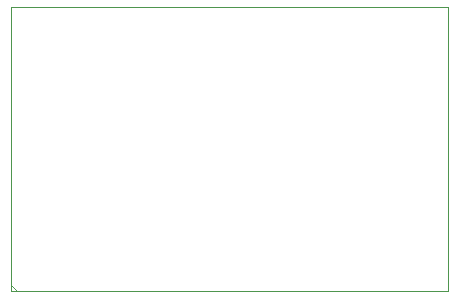
<source format=gko>
G04*
G04 #@! TF.GenerationSoftware,Altium Limited,Altium Designer,24.3.1 (35)*
G04*
G04 Layer_Color=16711935*
%FSLAX44Y44*%
%MOMM*%
G71*
G04*
G04 #@! TF.SameCoordinates,254911FF-814D-4673-B187-D90DD251410E*
G04*
G04*
G04 #@! TF.FilePolarity,Positive*
G04*
G01*
G75*
%ADD45C,0.0500*%
D45*
X370000Y240000D02*
X370000Y240000D01*
X0Y0D02*
Y240000D01*
Y0D02*
X370000D01*
Y240000D01*
X0D02*
X370000D01*
X0D02*
X370000D01*
X370000Y12891D02*
Y23813D01*
Y0D02*
Y12891D01*
Y44437D02*
Y67501D01*
Y235000D02*
Y240000D01*
Y23813D02*
Y44437D01*
X0Y5000D02*
X5000Y0D01*
X370000D01*
Y67501D02*
Y235000D01*
X0Y5000D02*
Y240000D01*
M02*

</source>
